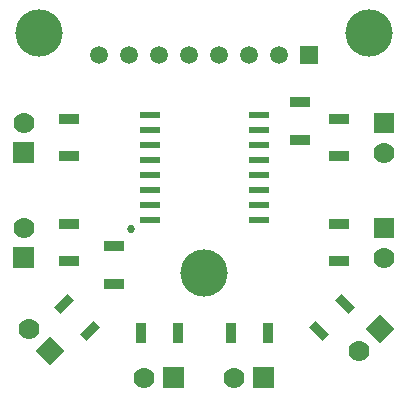
<source format=gts>
%FSLAX33Y33*%
%MOMM*%
%AMRect-W820710-H1670710-RO0.750*
21,1,0.82071,1.67071,0.,0.,225*%
%AMRect-W1778000-H1778000-RO1.000*
21,1,1.778,1.778,0.,0.,180*%
%AMRect-W1778000-H1778000-RO0.250*
21,1,1.778,1.778,0.,0.,315*%
%AMRect-W820710-H1670710-RO1.000*
21,1,0.82071,1.67071,0.,0.,180*%
%AMRect-W820710-H1670710-RO1.250*
21,1,0.82071,1.67071,0.,0.,135*%
%AMRect-W820710-H1670710-RO1.500*
21,1,0.82071,1.67071,0.,0.,90*%
%AMRect-W1778000-H1778000-RO0.750*
21,1,1.778,1.778,0.,0.,225*%
%AMRect-W820710-H1670710-RO0.500*
21,1,0.82071,1.67071,0.,0.,270*%
%AMRect-W1778000-H1778000-RO0.500*
21,1,1.778,1.778,0.,0.,270*%
%AMRR-H1699999-W549999-R98999-RO1.500*
21,1,0.352001,1.699999,0.,0.,90*
21,1,0.549999,1.502001,0.,0.,90*
1,1,0.197998,-0.7510005,-0.1760005*
1,1,0.197998,-0.7510005,0.1760005*
1,1,0.197998,0.7510005,0.1760005*
1,1,0.197998,0.7510005,-0.1760005*%
%AMRect-W1500000-H1500000-RO0.500*
21,1,1.5,1.5,0.,0.,270*%
%ADD10C,0.68834*%
%ADD11Rect-W820710-H1670710-RO0.750*%
%ADD12C,1.778*%
%ADD13Rect-W1778000-H1778000-RO1.000*%
%ADD14C,1.778*%
%ADD15Rect-W1778000-H1778000-RO0.250*%
%ADD16Rect-W820710-H1670710-RO1.000*%
%ADD17R,1.778X1.778*%
%ADD18C,1.778*%
%ADD19Rect-W820710-H1670710-RO1.250*%
%ADD20Rect-W820710-H1670710-RO1.500*%
%ADD21C,1.778*%
%ADD22Rect-W1778000-H1778000-RO0.750*%
%ADD23Rect-W820710-H1670710-RO0.500*%
%ADD24C,4.*%
%ADD25C,1.778*%
%ADD26Rect-W1778000-H1778000-RO0.500*%
%ADD27RR-H1699999-W549999-R98999-RO1.500*%
%ADD28C,1.5*%
%ADD29Rect-W1500000-H1500000-RO0.500*%
D10*
%LNtop solder mask_traces*%
G01*
X11557Y15113D03*
%LNtop solder mask component 48f78adb2b7037fe*%
D11*
X29689Y8734D03*
X27461Y6506D03*
%LNtop solder mask component fc4ab4143d6492ec*%
D12*
X2540Y15240D03*
D13*
X2540Y12700D03*
%LNtop solder mask component acea897f8989f1d9*%
D14*
X30852Y4817D03*
D15*
X32648Y6613D03*
%LNtop solder mask component 7f83bd30abf15710*%
D16*
X15545Y6350D03*
X12395Y6350D03*
%LNtop solder mask component 50fb72db43f2db52*%
D17*
X33020Y24130D03*
D18*
X33020Y21590D03*
%LNtop solder mask component 8bdea769ffbae0d0*%
D19*
X8099Y6506D03*
X5871Y8734D03*
%LNtop solder mask component 0b6faf164e5a0518*%
D20*
X6350Y12395D03*
X6350Y15545D03*
%LNtop solder mask component 6cb0e7e3f02311c0*%
X6350Y21285D03*
X6350Y24435D03*
%LNtop solder mask component 07940880643af1f4*%
D21*
X2912Y6613D03*
D22*
X4708Y4817D03*
%LNtop solder mask component 7d8ea873bf19028c*%
D23*
X29210Y24435D03*
X29210Y21285D03*
%LNtop solder mask component c49cb73e0cfdca39*%
D24*
X17780Y11430D03*
%LNtop solder mask component 8081dbe1fc64fbc3*%
D12*
X2540Y24130D03*
D13*
X2540Y21590D03*
%LNtop solder mask component 432a153fe0b184c8*%
D17*
X33020Y15240D03*
D18*
X33020Y12700D03*
%LNtop solder mask component 2783f7ae62fabf0f*%
D25*
X12700Y2540D03*
D26*
X15240Y2540D03*
%LNtop solder mask component 96b70c30af19ca9a*%
D24*
X31750Y31750D03*
%LNtop solder mask component 7e02e7b59318a54f*%
D27*
X13130Y24765D03*
X13130Y23495D03*
X13130Y22225D03*
X13130Y20955D03*
X13130Y19685D03*
X13130Y18415D03*
X13130Y17145D03*
X13130Y15875D03*
X22430Y24765D03*
X22430Y23495D03*
X22430Y22225D03*
X22430Y20955D03*
X22430Y19685D03*
X22430Y18415D03*
X22430Y17145D03*
X22430Y15875D03*
%LNtop solder mask component e43c40593395f77c*%
D16*
X23165Y6350D03*
X20015Y6350D03*
%LNtop solder mask component 7b98a7e85593e7e7*%
D25*
X20320Y2540D03*
D26*
X22860Y2540D03*
%LNtop solder mask component be02c169f3ae9f69*%
D24*
X3810Y31750D03*
%LNtop solder mask component 005ca3e7d4f4fb47*%
D28*
X24130Y29845D03*
X21590Y29845D03*
X19050Y29845D03*
X16510Y29845D03*
X13970Y29845D03*
X11430Y29845D03*
X8890Y29845D03*
D29*
X26670Y29845D03*
%LNtop solder mask component 427f096e4d3aae24*%
D23*
X25908Y25832D03*
X25908Y22682D03*
%LNtop solder mask component c320845981998eb0*%
D20*
X10160Y10490D03*
X10160Y13640D03*
%LNtop solder mask component e793a6abe9ce9fda*%
D23*
X29210Y15545D03*
X29210Y12395D03*
M02*
</source>
